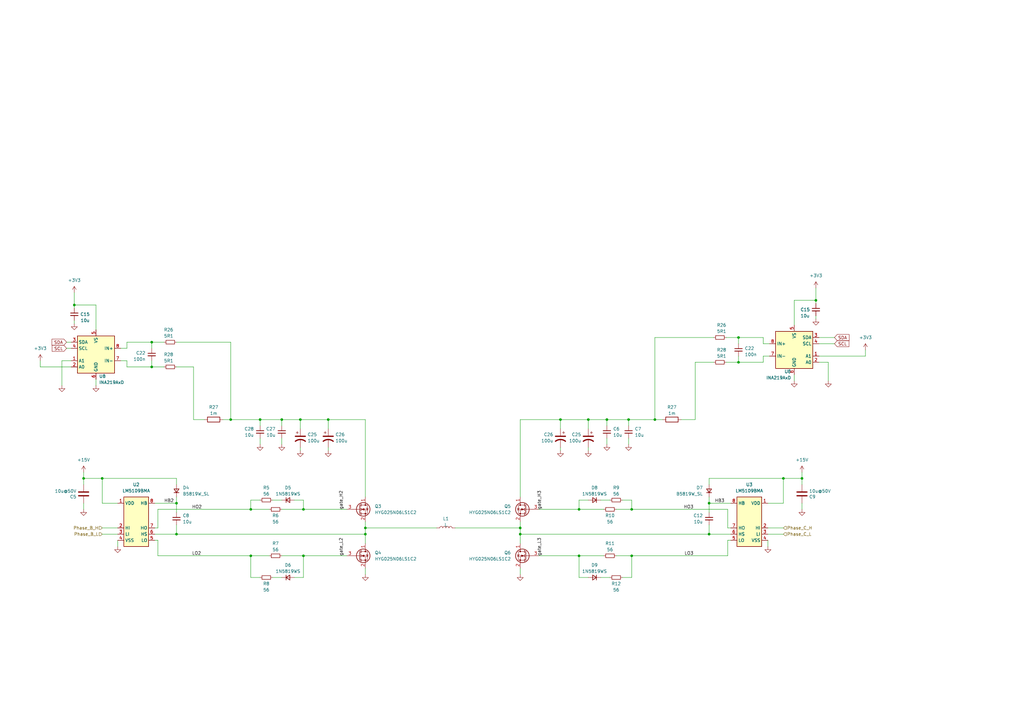
<source format=kicad_sch>
(kicad_sch (version 20230121) (generator eeschema)
  (paper "A3")
  (lib_symbols
    (symbol "D_Small_1" (pin_numbers hide) (pin_names (offset 0.254) hide)
      (property "Reference" "D" (at -1.27 2.032 0))
      (property "Value" "D_Small" (at -3.81 -2.032 0))
      (symbol "D_Small_1_1_1"
        (pin passive line (at -2.54 0 0) (length 1.778) (name "K") (number "1"))
        (pin passive line (at 2.54 0 180) (length 1.778) (name "A") (number "2"))
      )
    )
    (symbol "Device:C" (pin_numbers hide) (pin_names (offset 0.254))
      (property "Reference" "C" (at 0.635 2.54 0))
      (property "Value" "C" (at 0.635 -2.54 0))
      (symbol "C_1_1"
        (pin passive line (at 0 3.81 270) (length 2.794) (name "~") (number "1"))
        (pin passive line (at 0 -3.81 90) (length 2.794) (name "~") (number "2"))
      )
    )
    (symbol "Device:C_Polarized_US" (pin_numbers hide) (pin_names (offset 0.254) hide)
      (property "Reference" "C" (at 0.635 2.54 0))
      (property "Value" "C_Polarized_US" (at 0.635 -2.54 0))
      (symbol "C_Polarized_US_1_1"
        (pin passive line (at 0 3.81 270) (length 2.794) (name "~") (number "1"))
        (pin passive line (at 0 -3.81 90) (length 3.302) (name "~") (number "2"))
      )
    )
    (symbol "Device:C_Small" (pin_numbers hide) (pin_names (offset 0.254) hide)
      (property "Reference" "C" (at 0.254 1.778 0))
      (property "Value" "C_Small" (at 0.254 -2.032 0))
      (symbol "C_Small_1_1"
        (pin passive line (at 0 2.54 270) (length 2.032) (name "~") (number "1"))
        (pin passive line (at 0 -2.54 90) (length 2.032) (name "~") (number "2"))
      )
    )
    (symbol "Device:D_Small" (pin_numbers hide) (pin_names (offset 0.254) hide)
      (property "Reference" "D" (at -1.27 2.032 0))
      (property "Value" "D_Small" (at -3.81 -2.032 0))
      (symbol "D_Small_1_1"
        (pin passive line (at -2.54 0 0) (length 1.778) (name "K") (number "1"))
        (pin passive line (at 2.54 0 180) (length 1.778) (name "A") (number "2"))
      )
    )
    (symbol "Device:L" (pin_numbers hide) (pin_names (offset 1.016) hide)
      (property "Reference" "L" (at -1.27 0 90))
      (property "Value" "L" (at 1.905 0 90))
      (symbol "L_1_1"
        (pin passive line (at 0 3.81 270) (length 1.27) (name "1") (number "1"))
        (pin passive line (at 0 -3.81 90) (length 1.27) (name "2") (number "2"))
      )
    )
    (symbol "Device:Q_NMOS_DSG" (pin_names (offset 0) hide)
      (property "Reference" "Q" (at 5.08 1.27 0))
      (property "Value" "Q_NMOS_DSG" (at 5.08 -1.27 0))
      (symbol "Q_NMOS_DSG_1_1"
        (pin passive line (at 2.54 5.08 270) (length 2.54) (name "D") (number "1"))
        (pin passive line (at 2.54 -5.08 90) (length 2.54) (name "S") (number "2"))
        (pin input line (at -5.08 0 0) (length 2.54) (name "G") (number "3"))
      )
    )
    (symbol "Device:R" (pin_numbers hide) (pin_names (offset 0))
      (property "Reference" "R" (at 2.032 0 90))
      (property "Value" "R" (at 0 0 90))
      (symbol "R_1_1"
        (pin passive line (at 0 3.81 270) (length 1.27) (name "~") (number "1"))
        (pin passive line (at 0 -3.81 90) (length 1.27) (name "~") (number "2"))
      )
    )
    (symbol "Device:R_Small" (pin_numbers hide) (pin_names (offset 0.254) hide)
      (property "Reference" "R" (at 0.762 0.508 0))
      (property "Value" "R_Small" (at 0.762 -1.016 0))
      (symbol "R_Small_1_1"
        (pin passive line (at 0 2.54 270) (length 0.762) (name "~") (number "1"))
        (pin passive line (at 0 -2.54 90) (length 0.762) (name "~") (number "2"))
      )
    )
    (symbol "Driver_FET:LM5109BMA"
      (property "Reference" "U" (at 0 13.97 0))
      (property "Value" "LM5109BMA" (at 0 11.43 0))
      (symbol "LM5109BMA_1_1"
        (pin power_in line (at -7.62 7.62 0) (length 2.54) (name "VDD") (number "1"))
        (pin input line (at -7.62 -2.54 0) (length 2.54) (name "HI") (number "2"))
        (pin input line (at -7.62 -5.08 0) (length 2.54) (name "LI") (number "3"))
        (pin power_in line (at -7.62 -7.62 0) (length 2.54) (name "VSS") (number "4"))
        (pin output line (at 7.62 -7.62 180) (length 2.54) (name "LO") (number "5"))
        (pin passive line (at 7.62 -5.08 180) (length 2.54) (name "HS") (number "6"))
        (pin output line (at 7.62 -2.54 180) (length 2.54) (name "HO") (number "7"))
        (pin passive line (at 7.62 7.62 180) (length 2.54) (name "HB") (number "8"))
      )
    )
    (symbol "Sensor_Energy:INA219AxD"
      (property "Reference" "U" (at -6.35 8.89 0))
      (property "Value" "INA219AxD" (at 5.08 8.89 0))
      (symbol "INA219AxD_1_1"
        (pin input line (at 10.16 -2.54 180) (length 2.54) (name "A1") (number "1"))
        (pin input line (at 10.16 -5.08 180) (length 2.54) (name "A0") (number "2"))
        (pin bidirectional line (at 10.16 5.08 180) (length 2.54) (name "SDA") (number "3"))
        (pin input line (at 10.16 2.54 180) (length 2.54) (name "SCL") (number "4"))
        (pin power_in line (at 0 10.16 270) (length 2.54) (name "VS") (number "5"))
        (pin power_in line (at 0 -10.16 90) (length 2.54) (name "GND") (number "6"))
        (pin input line (at -10.16 -2.54 0) (length 2.54) (name "IN-") (number "7"))
        (pin input line (at -10.16 2.54 0) (length 2.54) (name "IN+") (number "8"))
      )
    )
    (symbol "power:+15V" (power) (pin_names (offset 0))
      (property "Value" "+15V" (at 0 3.556 0))
      (symbol "+15V_1_1"
        (pin power_in line (at 0 0 90) (length 0) hide (name "+15V") (number "1"))
      )
    )
    (symbol "power:+3V3" (power) (pin_names (offset 0))
      (property "Value" "+3V3" (at 0 3.556 0))
      (symbol "+3V3_1_1"
        (pin power_in line (at 0 0 90) (length 0) hide (name "+3V3") (number "1"))
      )
    )
    (symbol "power:GND" (power) (pin_names (offset 0))
      (property "Value" "GND" (at 0 -3.81 0))
      (symbol "GND_1_1"
        (pin power_in line (at 0 0 270) (length 0) hide (name "GND") (number "1"))
      )
    )
  )
  (junction (at 328.93 196.215))
  (junction (at 257.81 172.085))
  (junction (at 72.39 206.375))
  (junction (at 321.31 196.215))
  (junction (at 134.62 172.085))
  (junction (at 302.895 138.43))
  (junction (at 115.57 172.085))
  (junction (at 268.605 172.085))
  (junction (at 237.49 208.915))
  (junction (at 124.46 208.915))
  (junction (at 62.23 140.335))
  (junction (at 259.08 227.965))
  (junction (at 241.3 172.085))
  (junction (at 94.615 172.085))
  (junction (at 302.895 148.59))
  (junction (at 259.08 208.915))
  (junction (at 72.39 219.075))
  (junction (at 290.83 219.075))
  (junction (at 213.36 216.535))
  (junction (at 34.29 196.215))
  (junction (at 124.46 227.965))
  (junction (at 229.87 172.085))
  (junction (at 334.645 123.19))
  (junction (at 102.87 208.915))
  (junction (at 41.91 196.215))
  (junction (at 149.86 219.075))
  (junction (at 149.86 216.535))
  (junction (at 123.19 172.085))
  (junction (at 62.23 150.495))
  (junction (at 213.36 219.075))
  (junction (at 30.48 125.095))
  (junction (at 237.49 227.965))
  (junction (at 102.87 227.965))
  (junction (at 248.92 172.085))
  (junction (at 106.68 172.085))
  (junction (at 290.83 206.375))
  (wire (pts (xy 124.46 227.965) (xy 124.46 236.855)))
  (wire (pts (xy 248.92 174.625) (xy 248.92 172.085)))
  (wire (pts (xy 34.29 196.215) (xy 41.91 196.215)))
  (wire (pts (xy 302.895 148.59) (xy 297.815 148.59)))
  (wire (pts (xy 63.5 219.075) (xy 72.39 219.075)))
  (wire (pts (xy 79.375 172.085) (xy 83.82 172.085)))
  (wire (pts (xy 290.83 196.215) (xy 290.83 198.755)))
  (wire (pts (xy 72.39 203.835) (xy 72.39 206.375)))
  (wire (pts (xy 328.93 196.215) (xy 321.31 196.215)))
  (wire (pts (xy 285.115 148.59) (xy 285.115 172.085)))
  (wire (pts (xy 259.08 227.965) (xy 259.08 236.855)))
  (wire (pts (xy 30.48 120.015) (xy 30.48 125.095)))
  (wire (pts (xy 339.725 148.59) (xy 335.915 148.59)))
  (wire (pts (xy 39.37 125.095) (xy 30.48 125.095)))
  (wire (pts (xy 335.915 146.05) (xy 354.965 146.05)))
  (wire (pts (xy 321.31 219.075) (xy 314.96 219.075)))
  (wire (pts (xy 321.31 216.535) (xy 314.96 216.535)))
  (wire (pts (xy 115.57 236.855) (xy 111.76 236.855)))
  (wire (pts (xy 72.39 196.215) (xy 72.39 198.755)))
  (wire (pts (xy 39.37 125.095) (xy 39.37 135.255)))
  (wire (pts (xy 302.895 146.05) (xy 302.895 148.59)))
  (wire (pts (xy 298.45 221.615) (xy 298.45 227.965)))
  (wire (pts (xy 41.91 206.375) (xy 48.26 206.375)))
  (wire (pts (xy 285.115 172.085) (xy 279.4 172.085)))
  (wire (pts (xy 106.68 205.105) (xy 102.87 205.105)))
  (wire (pts (xy 354.965 143.51) (xy 354.965 146.05)))
  (wire (pts (xy 149.86 219.075) (xy 149.86 216.535)))
  (wire (pts (xy 248.92 172.085) (xy 257.81 172.085)))
  (wire (pts (xy 27.305 140.335) (xy 29.21 140.335)))
  (wire (pts (xy 49.53 147.955) (xy 52.07 147.955)))
  (wire (pts (xy 313.055 146.05) (xy 313.055 148.59)))
  (wire (pts (xy 106.68 172.085) (xy 106.68 174.625)))
  (wire (pts (xy 62.23 140.335) (xy 67.31 140.335)))
  (wire (pts (xy 241.3 175.895) (xy 241.3 172.085)))
  (wire (pts (xy 52.07 150.495) (xy 62.23 150.495)))
  (wire (pts (xy 115.57 172.085) (xy 123.19 172.085)))
  (wire (pts (xy 62.23 140.335) (xy 62.23 142.875)))
  (wire (pts (xy 213.36 216.535) (xy 213.36 213.995)))
  (wire (pts (xy 124.46 205.105) (xy 120.65 205.105)))
  (wire (pts (xy 115.57 227.965) (xy 124.46 227.965)))
  (wire (pts (xy 49.53 142.875) (xy 52.07 142.875)))
  (wire (pts (xy 79.375 150.495) (xy 79.375 172.085)))
  (wire (pts (xy 29.21 150.495) (xy 16.51 150.495)))
  (wire (pts (xy 63.5 216.535) (xy 64.77 216.535)))
  (wire (pts (xy 268.605 138.43) (xy 268.605 172.085)))
  (wire (pts (xy 298.45 208.915) (xy 259.08 208.915)))
  (wire (pts (xy 34.29 196.215) (xy 34.29 198.755)))
  (wire (pts (xy 257.81 172.085) (xy 257.81 174.625)))
  (wire (pts (xy 34.29 193.675) (xy 34.29 196.215)))
  (wire (pts (xy 213.36 219.075) (xy 213.36 216.535)))
  (wire (pts (xy 246.38 205.105) (xy 250.19 205.105)))
  (wire (pts (xy 246.38 236.855) (xy 250.19 236.855)))
  (wire (pts (xy 52.07 147.955) (xy 52.07 150.495)))
  (wire (pts (xy 325.755 123.19) (xy 334.645 123.19)))
  (wire (pts (xy 315.595 140.97) (xy 313.055 140.97)))
  (wire (pts (xy 41.91 216.535) (xy 48.26 216.535)))
  (wire (pts (xy 72.39 150.495) (xy 79.375 150.495)))
  (wire (pts (xy 91.44 172.085) (xy 94.615 172.085)))
  (wire (pts (xy 115.57 205.105) (xy 111.76 205.105)))
  (wire (pts (xy 257.81 172.085) (xy 268.605 172.085)))
  (wire (pts (xy 255.27 236.855) (xy 259.08 236.855)))
  (wire (pts (xy 248.92 179.705) (xy 248.92 182.245)))
  (wire (pts (xy 315.595 146.05) (xy 313.055 146.05)))
  (wire (pts (xy 237.49 227.965) (xy 220.98 227.965)))
  (wire (pts (xy 268.605 172.085) (xy 271.78 172.085)))
  (wire (pts (xy 342.265 138.43) (xy 335.915 138.43)))
  (wire (pts (xy 62.23 147.955) (xy 62.23 150.495)))
  (wire (pts (xy 334.645 129.54) (xy 334.645 130.81)))
  (wire (pts (xy 149.86 219.075) (xy 149.86 222.885)))
  (wire (pts (xy 290.83 203.835) (xy 290.83 206.375)))
  (wire (pts (xy 247.65 208.915) (xy 237.49 208.915)))
  (wire (pts (xy 63.5 221.615) (xy 64.77 221.615)))
  (wire (pts (xy 328.93 206.375) (xy 328.93 208.915)))
  (wire (pts (xy 229.87 183.515) (xy 229.87 184.785)))
  (wire (pts (xy 30.48 125.095) (xy 30.48 126.365)))
  (wire (pts (xy 124.46 208.915) (xy 142.24 208.915)))
  (wire (pts (xy 115.57 179.705) (xy 115.57 182.245)))
  (wire (pts (xy 123.19 175.895) (xy 123.19 172.085)))
  (wire (pts (xy 321.31 206.375) (xy 314.96 206.375)))
  (wire (pts (xy 134.62 183.515) (xy 134.62 184.785)))
  (wire (pts (xy 321.31 196.215) (xy 290.83 196.215)))
  (wire (pts (xy 257.81 179.705) (xy 257.81 182.245)))
  (wire (pts (xy 25.4 147.955) (xy 29.21 147.955)))
  (wire (pts (xy 237.49 205.105) (xy 241.3 205.105)))
  (wire (pts (xy 124.46 236.855) (xy 120.65 236.855)))
  (wire (pts (xy 106.68 179.705) (xy 106.68 182.245)))
  (wire (pts (xy 298.45 227.965) (xy 259.08 227.965)))
  (wire (pts (xy 292.735 138.43) (xy 268.605 138.43)))
  (wire (pts (xy 328.93 193.675) (xy 328.93 196.215)))
  (wire (pts (xy 149.86 233.045) (xy 149.86 235.585)))
  (wire (pts (xy 328.93 196.215) (xy 328.93 198.755)))
  (wire (pts (xy 62.23 150.495) (xy 67.31 150.495)))
  (wire (pts (xy 259.08 208.915) (xy 252.73 208.915)))
  (wire (pts (xy 321.31 196.215) (xy 321.31 206.375)))
  (wire (pts (xy 149.86 216.535) (xy 179.07 216.535)))
  (wire (pts (xy 52.07 142.875) (xy 52.07 140.335)))
  (wire (pts (xy 64.77 227.965) (xy 102.87 227.965)))
  (wire (pts (xy 313.055 140.97) (xy 313.055 138.43)))
  (wire (pts (xy 16.51 147.955) (xy 16.51 150.495)))
  (wire (pts (xy 299.72 221.615) (xy 298.45 221.615)))
  (wire (pts (xy 334.645 118.11) (xy 334.645 123.19)))
  (wire (pts (xy 106.68 236.855) (xy 102.87 236.855)))
  (wire (pts (xy 237.49 227.965) (xy 237.49 236.855)))
  (wire (pts (xy 259.08 205.105) (xy 259.08 208.915)))
  (wire (pts (xy 41.91 219.075) (xy 48.26 219.075)))
  (wire (pts (xy 290.83 210.185) (xy 290.83 206.375)))
  (wire (pts (xy 134.62 172.085) (xy 149.86 172.085)))
  (wire (pts (xy 237.49 208.915) (xy 237.49 205.105)))
  (wire (pts (xy 94.615 140.335) (xy 94.615 172.085)))
  (wire (pts (xy 342.265 140.97) (xy 335.915 140.97)))
  (wire (pts (xy 102.87 208.915) (xy 110.49 208.915)))
  (wire (pts (xy 299.72 206.375) (xy 290.83 206.375)))
  (wire (pts (xy 149.86 216.535) (xy 149.86 213.995)))
  (wire (pts (xy 41.91 196.215) (xy 72.39 196.215)))
  (wire (pts (xy 63.5 206.375) (xy 72.39 206.375)))
  (wire (pts (xy 247.65 227.965) (xy 237.49 227.965)))
  (wire (pts (xy 64.77 216.535) (xy 64.77 208.915)))
  (wire (pts (xy 72.39 219.075) (xy 149.86 219.075)))
  (wire (pts (xy 259.08 227.965) (xy 252.73 227.965)))
  (wire (pts (xy 186.69 216.535) (xy 213.36 216.535)))
  (wire (pts (xy 292.735 148.59) (xy 285.115 148.59)))
  (wire (pts (xy 302.895 138.43) (xy 297.815 138.43)))
  (wire (pts (xy 213.36 172.085) (xy 213.36 203.835)))
  (wire (pts (xy 30.48 131.445) (xy 30.48 132.715)))
  (wire (pts (xy 339.725 148.59) (xy 339.725 156.21)))
  (wire (pts (xy 302.895 138.43) (xy 302.895 140.97)))
  (wire (pts (xy 313.055 148.59) (xy 302.895 148.59)))
  (wire (pts (xy 106.68 172.085) (xy 115.57 172.085)))
  (wire (pts (xy 123.19 183.515) (xy 123.19 184.785)))
  (wire (pts (xy 48.26 221.615) (xy 48.26 224.155)))
  (wire (pts (xy 229.87 175.895) (xy 229.87 172.085)))
  (wire (pts (xy 313.055 138.43) (xy 302.895 138.43)))
  (wire (pts (xy 52.07 140.335) (xy 62.23 140.335)))
  (wire (pts (xy 241.3 183.515) (xy 241.3 184.785)))
  (wire (pts (xy 102.87 205.105) (xy 102.87 208.915)))
  (wire (pts (xy 298.45 216.535) (xy 298.45 208.915)))
  (wire (pts (xy 237.49 236.855) (xy 241.3 236.855)))
  (wire (pts (xy 299.72 219.075) (xy 290.83 219.075)))
  (wire (pts (xy 94.615 172.085) (xy 106.68 172.085)))
  (wire (pts (xy 102.87 227.965) (xy 110.49 227.965)))
  (wire (pts (xy 41.91 196.215) (xy 41.91 206.375)))
  (wire (pts (xy 213.36 219.075) (xy 213.36 222.885)))
  (wire (pts (xy 72.39 219.075) (xy 72.39 215.265)))
  (wire (pts (xy 39.37 155.575) (xy 39.37 158.115)))
  (wire (pts (xy 72.39 210.185) (xy 72.39 206.375)))
  (wire (pts (xy 229.87 172.085) (xy 241.3 172.085)))
  (wire (pts (xy 213.36 172.085) (xy 229.87 172.085)))
  (wire (pts (xy 72.39 140.335) (xy 94.615 140.335)))
  (wire (pts (xy 299.72 216.535) (xy 298.45 216.535)))
  (wire (pts (xy 34.29 206.375) (xy 34.29 208.915)))
  (wire (pts (xy 123.19 172.085) (xy 134.62 172.085)))
  (wire (pts (xy 314.96 221.615) (xy 314.96 224.155)))
  (wire (pts (xy 64.77 221.615) (xy 64.77 227.965)))
  (wire (pts (xy 25.4 147.955) (xy 25.4 158.115)))
  (wire (pts (xy 134.62 175.895) (xy 134.62 172.085)))
  (wire (pts (xy 149.86 172.085) (xy 149.86 203.835)))
  (wire (pts (xy 290.83 219.075) (xy 290.83 215.265)))
  (wire (pts (xy 237.49 208.915) (xy 220.98 208.915)))
  (wire (pts (xy 255.27 205.105) (xy 259.08 205.105)))
  (wire (pts (xy 115.57 174.625) (xy 115.57 172.085)))
  (wire (pts (xy 325.755 123.19) (xy 325.755 133.35)))
  (wire (pts (xy 124.46 227.965) (xy 142.24 227.965)))
  (wire (pts (xy 213.36 233.045) (xy 213.36 235.585)))
  (wire (pts (xy 102.87 227.965) (xy 102.87 236.855)))
  (wire (pts (xy 64.77 208.915) (xy 102.87 208.915)))
  (wire (pts (xy 334.645 123.19) (xy 334.645 124.46)))
  (wire (pts (xy 290.83 219.075) (xy 213.36 219.075)))
  (wire (pts (xy 115.57 208.915) (xy 124.46 208.915)))
  (wire (pts (xy 124.46 208.915) (xy 124.46 205.105)))
  (wire (pts (xy 325.755 153.67) (xy 325.755 156.21)))
  (wire (pts (xy 27.305 142.875) (xy 29.21 142.875)))
  (wire (pts (xy 241.3 172.085) (xy 248.92 172.085)))
  (label "HB3" (at 297.18 206.375 180))
  (label "HO3" (at 284.48 208.915 180))
  (label "HB2" (at 67.31 206.375 0))
  (label "gate_H3" (at 222.25 208.915 90))
  (label "gate_L3" (at 222.25 227.965 90))
  (label "LO3" (at 284.48 227.965 180))
  (label "HO2" (at 78.74 208.915 0))
  (label "gate_L2" (at 140.97 227.965 90))
  (label "gate_H2" (at 140.97 208.915 90))
  (label "LO2" (at 78.74 227.965 0))
  (global_label "SCL" (shape input) (at 342.265 140.97 0) (property "Intersheetrefs" "${INTERSHEET_REFS}" (effects hide)))
  (global_label "SCL" (shape input) (at 27.305 142.875 180) (property "Intersheetrefs" "${INTERSHEET_REFS}" (effects hide)))
  (global_label "SDA" (shape input) (at 342.265 138.43 0) (property "Intersheetrefs" "${INTERSHEET_REFS}" (effects hide)))
  (global_label "SDA" (shape input) (at 27.305 140.335 180) (property "Intersheetrefs" "${INTERSHEET_REFS}" (effects hide)))
  (hierarchical_label "Phase_B_H" (shape input) (at 41.91 216.535 180))
  (hierarchical_label "Phase_B_L" (shape input) (at 41.91 219.075 180))
  (hierarchical_label "Phase_C_L" (shape input) (at 321.31 219.075 0))
  (hierarchical_label "Phase_C_H" (shape input) (at 321.31 216.535 0))
  (symbol (lib_id "Device:C_Polarized_US") (at 241.3 179.705 0) (mirror y) (unit 1)
    (property "Reference" "C25" (at 238.379 178.2353 0) (effects (justify left)))
    (property "Value" "100u" (at 238.379 180.7722 0) (effects (justify left)))
    (property "Footprint" "Capacitor_SMD:CP_Elec_6.3x5.4" (effects hide))
    (property "LCSC" "C4747963" (effects hide))
    (instances (project "PSMPS" (path "" (reference "C25") (unit 1)) (path "" (reference "C11") (unit 1))) (project "ESP32_dual_ESC" (path "" (reference "C23") (unit 1))))
  )
  (symbol (lib_id "power:+3V3") (at 354.965 143.51 0) (mirror y) (unit 1)
    (property "Reference" "#PWR02" (effects hide))
    (property "Value" "+3V3" (at 354.965 138.43 0))
    (instances (project "Ethernet_switch_4out" (path "" (reference "#PWR02") (unit 1))) (project "cross_band_handy_walkie_talkie_ES8388" (path "" (reference "#PWR014") (unit 1))) (project "PSMPS" (path "" (reference "#PWR056") (unit 1)) (path "" (reference "#PWR076") (unit 1))) (project "ESP32_dual_ESC" (path "" (reference "#PWR022") (unit 1)) (path "" (reference "#PWR085") (unit 1))))
  )
  (symbol (lib_id "Device:C") (at 34.29 202.565 180) (unit 1)
    (property "Reference" "C5" (at 31.369 203.7334 0) (effects (justify left)))
    (property "Value" "10u@50V" (at 31.369 201.422 0) (effects (justify left)))
    (property "Footprint" "Capacitor_SMD:C_0805_2012Metric" (effects hide))
    (property "LCSC" "C440198" (effects hide))
    (instances (project "PSMPS" (path "" (reference "C5") (unit 1))) (project "ESP32_dual_ESC" (path "" (reference "C3") (unit 1))) (project "RP2040_ESP32_dual_ESC" (path "" (reference "C26") (unit 1)) (path "" (reference "C3") (unit 1))))
  )
  (symbol (lib_id "power:GND") (at 30.48 132.715 0) (mirror y) (unit 1)
    (property "Reference" "#PWR018" (effects hide))
    (property "Value" "GND" (effects hide))
    (instances (project "Ethernet_switch_4out" (path "" (reference "#PWR018") (unit 1))) (project "cross_band_handy_walkie_talkie_ES8388" (path "" (reference "#PWR016") (unit 1))) (project "PSMPS" (path "" (reference "#PWR057") (unit 1)) (path "" (reference "#PWR069") (unit 1))) (project "ESP32_dual_ESC" (path "" (reference "#PWR026") (unit 1)) (path "" (reference "#PWR088") (unit 1))))
  )
  (symbol (lib_id "Device:R_Small") (at 113.03 208.915 270) (mirror x) (unit 1)
    (property "Reference" "R6" (at 113.03 211.455 90))
    (property "Value" "56" (at 113.03 213.995 90))
    (property "Footprint" "Resistor_SMD:R_0603_1608Metric" (effects hide))
    (property "LCSC" "C25196" (effects hide))
    (instances (project "PSMPS" (path "" (reference "R6") (unit 1))) (project "ESP32_dual_ESC" (path "" (reference "R60") (unit 1)) (path "" (reference "R28") (unit 1))) (project "RP2040_ESP32_dual_ESC" (path "" (reference "R42") (unit 1)) (path "" (reference "R17") (unit 1))))
  )
  (symbol (lib_id "Device:C_Small") (at 115.57 177.165 0) (mirror y) (unit 1)
    (property "Reference" "C27" (at 113.03 175.9012 0) (effects (justify left)))
    (property "Value" "10u" (at 113.03 178.4412 0) (effects (justify left)))
    (property "Footprint" "Capacitor_SMD:C_1206_3216Metric" (effects hide))
    (property "LCSC" "C13585" (effects hide))
    (instances (project "PSMPS" (path "" (reference "C27") (unit 1)) (path "" (reference "C23") (unit 1))) (project "ESP32_dual_ESC" (path "" (reference "C72") (unit 1)) (path "" (reference "C66") (unit 1))) (project "RP2040_ESP32_dual_ESC" (path "" (reference "C24") (unit 1)) (path "" (reference "C2") (unit 1))))
  )
  (symbol (lib_id "power:+3V3") (at 30.48 120.015 0) (unit 1)
    (property "Reference" "#PWR02" (effects hide))
    (property "Value" "+3V3" (at 30.48 114.935 0))
    (instances (project "Ethernet_switch_4out" (path "" (reference "#PWR02") (unit 1))) (project "cross_band_handy_walkie_talkie_ES8388" (path "" (reference "#PWR014") (unit 1))) (project "PSMPS" (path "" (reference "#PWR056") (unit 1)) (path "" (reference "#PWR068") (unit 1))) (project "ESP32_dual_ESC" (path "" (reference "#PWR022") (unit 1)) (path "" (reference "#PWR085") (unit 1))))
  )
  (symbol (lib_id "Device:Q_NMOS_DSG") (at 147.32 227.965 0) (unit 1)
    (property "Reference" "Q4" (at 153.67 226.6949 0) (effects (justify left)))
    (property "Value" "HYG025N06LS1C2" (at 153.67 229.2349 0) (effects (justify left)))
    (property "Footprint" "Z_mycustom_footprint_lib:DFN-8_(5x6)" (effects hide))
    (property "Datasheet" "https://datasheet.lcsc.com/lcsc/2105242011_HUAYI-HYG025N06LS1C2_C2827231.pdf" (effects hide))
    (property "LCSC" "C2827231" (effects hide))
    (instances (project "PSMPS" (path "" (reference "Q4") (unit 1))) (project "ESP32_dual_ESC" (path "" (reference "Q4") (unit 1))) (project "RP2040_ESP32_dual_ESC" (path "" (reference "Q10") (unit 1)) (path "" (reference "Q4") (unit 1))))
  )
  (symbol (lib_id "power:GND") (at 213.36 235.585 0) (mirror y) (unit 1)
    (property "Reference" "#PWR018" (effects hide))
    (property "Value" "GND" (effects hide))
    (instances (project "PSMPS" (path "" (reference "#PWR018") (unit 1))) (project "ESP32_dual_ESC" (path "" (reference "#PWR017") (unit 1))) (project "RP2040_ESP32_dual_ESC" (path "" (reference "#PWR0110") (unit 1)) (path "" (reference "#PWR0102") (unit 1))))
  )
  (symbol (lib_id "Device:R_Small") (at 295.275 138.43 90) (mirror x) (unit 1)
    (property "Reference" "R26" (at 294.005 133.35 90) (effects (justify right)))
    (property "Value" "5R1" (at 294.005 135.89 90) (effects (justify right)))
    (property "Footprint" "Resistor_SMD:R_0603_1608Metric" (effects hide))
    (property "LCSC" "C25197" (effects hide))
    (instances (project "PSMPS" (path "" (reference "R26") (unit 1)) (path "" (reference "R33") (unit 1))) (project "ESP32_dual_ESC" (path "" (reference "R57") (unit 1))) (project "BMS_project" (path "" (reference "R1") (unit 1)) (path "" (reference "R19") (unit 1)) (path "" (reference "R31") (unit 1)) (path "" (reference "R38") (unit 1)) (path "" (reference "R45") (unit 1))))
  )
  (symbol (lib_id "power:+15V") (at 328.93 193.675 0) (mirror y) (unit 1)
    (property "Reference" "#PWR013" (effects hide))
    (property "Value" "+15V" (at 328.93 188.595 0))
    (instances (project "PSMPS" (path "" (reference "#PWR013") (unit 1))) (project "ESP32_dual_ESC" (path "" (reference "#PWR011") (unit 1))) (project "RP2040_ESP32_dual_ESC" (path "" (reference "#PWR052") (unit 1)) (path "" (reference "#PWR011") (unit 1))))
  )
  (symbol (lib_id "Device:R_Small") (at 69.85 150.495 270) (unit 1)
    (property "Reference" "R28" (at 71.12 145.415 90) (effects (justify right)))
    (property "Value" "5R1" (at 71.12 147.955 90) (effects (justify right)))
    (property "Footprint" "Resistor_SMD:R_0603_1608Metric" (effects hide))
    (property "LCSC" "C25197" (effects hide))
    (instances (project "PSMPS" (path "" (reference "R28") (unit 1)) (path "" (reference "R31") (unit 1))) (project "ESP32_dual_ESC" (path "" (reference "R58") (unit 1))) (project "BMS_project" (path "" (reference "R1") (unit 1)) (path "" (reference "R21") (unit 1)) (path "" (reference "R33") (unit 1)) (path "" (reference "R40") (unit 1)) (path "" (reference "R47") (unit 1))))
  )
  (symbol (lib_id "Device:R_Small") (at 252.73 236.855 90) (unit 1)
    (property "Reference" "R12" (at 252.73 239.395 90))
    (property "Value" "56" (at 252.73 241.935 90))
    (property "Footprint" "Resistor_SMD:R_0603_1608Metric" (effects hide))
    (property "LCSC" "C25196" (effects hide))
    (instances (project "PSMPS" (path "" (reference "R12") (unit 1))) (project "ESP32_dual_ESC" (path "" (reference "R63") (unit 1)) (path "" (reference "R28") (unit 1))) (project "RP2040_ESP32_dual_ESC" (path "" (reference "R42") (unit 1)) (path "" (reference "R17") (unit 1))))
  )
  (symbol (lib_id "power:GND") (at 134.62 184.785 0) (unit 1)
    (property "Reference" "#PWR064" (effects hide))
    (property "Value" "GND" (effects hide))
    (instances (project "PSMPS" (path "" (reference "#PWR064") (unit 1)) (path "" (reference "#PWR066") (unit 1))) (project "ESP32_dual_ESC" (path "" (reference "#PWR04") (unit 1)) (path "" (reference "#PWR074") (unit 1)) (path "" (reference "#PWR021") (unit 1))) (project "RP2040_ESP32_dual_ESC" (path "" (reference "#PWR0112") (unit 1)) (path "" (reference "#PWR0104") (unit 1))))
  )
  (symbol (lib_id "power:GND") (at 25.4 158.115 0) (unit 1)
    (property "Reference" "#PWR059" (effects hide))
    (property "Value" "GND" (effects hide))
    (instances (project "PSMPS" (path "" (reference "#PWR059") (unit 1)) (path "" (reference "#PWR070") (unit 1))) (project "ESP32_dual_ESC" (path "" (reference "#PWR06") (unit 1)) (path "" (reference "#PWR083") (unit 1)) (path "" (reference "#PWR041") (unit 1))) (project "RP2040_ESP32_dual_ESC" (path "" (reference "#PWR0109") (unit 1)) (path "" (reference "#PWR0101") (unit 1))))
  )
  (symbol (lib_name "D_Small_1") (lib_id "Device:D_Small") (at 243.84 236.855 0) (mirror y) (unit 1)
    (property "Reference" "D9" (at 243.84 231.775 0))
    (property "Value" "1N5819WS" (at 243.84 234.315 0))
    (property "Footprint" "Diode_SMD:D_SOD-323" (effects hide))
    (property "Datasheet" "https://datasheet.lcsc.com/lcsc/2204281430_Guangdong-Hottech-1N5819WS_C191023.pdf" (effects hide))
    (property "Sim.Device" "D" (effects hide))
    (property "Sim.Pins" "1=K 2=A" (effects hide))
    (property "LCSC" "C191023" (effects hide))
    (instances (project "PSMPS" (path "" (reference "D9") (unit 1))) (project "ESP32_dual_ESC" (path "" (reference "D15") (unit 1)) (path "" (reference "D21") (unit 1))))
  )
  (symbol (lib_id "power:GND") (at 39.37 158.115 0) (unit 1)
    (property "Reference" "#PWR060" (effects hide))
    (property "Value" "GND" (effects hide))
    (instances (project "PSMPS" (path "" (reference "#PWR060") (unit 1)) (path "" (reference "#PWR071") (unit 1))) (project "ESP32_dual_ESC" (path "" (reference "#PWR06") (unit 1)) (path "" (reference "#PWR083") (unit 1)) (path "" (reference "#PWR083") (unit 1))) (project "RP2040_ESP32_dual_ESC" (path "" (reference "#PWR0109") (unit 1)) (path "" (reference "#PWR0101") (unit 1))))
  )
  (symbol (lib_id "power:GND") (at 241.3 184.785 0) (mirror y) (unit 1)
    (property "Reference" "#PWR063" (effects hide))
    (property "Value" "GND" (effects hide))
    (instances (project "PSMPS" (path "" (reference "#PWR063") (unit 1)) (path "" (reference "#PWR016") (unit 1))) (project "ESP32_dual_ESC" (path "" (reference "#PWR04") (unit 1)) (path "" (reference "#PWR074") (unit 1)) (path "" (reference "#PWR021") (unit 1))) (project "RP2040_ESP32_dual_ESC" (path "" (reference "#PWR0112") (unit 1)) (path "" (reference "#PWR0104") (unit 1))))
  )
  (symbol (lib_id "Device:C_Small") (at 30.48 128.905 0) (mirror y) (unit 1)
    (property "Reference" "C15" (at 36.83 128.905 0) (effects (justify left)))
    (property "Value" "10u" (at 36.83 131.445 0) (effects (justify left)))
    (property "Footprint" "Capacitor_SMD:C_0603_1608Metric" (effects hide))
    (property "LCSC" "C96446" (effects hide))
    (instances (project "Ethernet_switch_4out" (path "" (reference "C15") (unit 1))) (project "cross_band_handy_walkie_talkie_ES8388" (path "" (reference "C3") (unit 1))) (project "PSMPS" (path "" (reference "C21") (unit 1)) (path "" (reference "C31") (unit 1))) (project "ESP32_dual_ESC" (path "" (reference "C11") (unit 1)) (path "" (reference "C18") (unit 1))))
  )
  (symbol (lib_id "power:GND") (at 34.29 208.915 0) (unit 1)
    (property "Reference" "#PWR08" (effects hide))
    (property "Value" "GND" (effects hide))
    (instances (project "PSMPS" (path "" (reference "#PWR08") (unit 1))) (project "ESP32_dual_ESC" (path "" (reference "#PWR08") (unit 1))) (project "RP2040_ESP32_dual_ESC" (path "" (reference "#PWR049") (unit 1)) (path "" (reference "#PWR08") (unit 1))))
  )
  (symbol (lib_id "Device:R") (at 275.59 172.085 90) (unit 1)
    (property "Reference" "R27" (at 275.59 167.005 90))
    (property "Value" "1m" (at 275.59 169.545 90))
    (property "Footprint" "Resistor_SMD:R_2512_6332Metric" (effects hide))
    (instances (project "PSMPS" (path "" (reference "R27") (unit 1)) (path "" (reference "R32") (unit 1))) (project "ESP32_dual_ESC" (path "" (reference "R56") (unit 1))))
  )
  (symbol (lib_id "power:GND") (at 149.86 235.585 0) (unit 1)
    (property "Reference" "#PWR012" (effects hide))
    (property "Value" "GND" (effects hide))
    (instances (project "PSMPS" (path "" (reference "#PWR012") (unit 1))) (project "ESP32_dual_ESC" (path "" (reference "#PWR010") (unit 1))) (project "RP2040_ESP32_dual_ESC" (path "" (reference "#PWR0111") (unit 1)) (path "" (reference "#PWR0103") (unit 1))))
  )
  (symbol (lib_id "power:+15V") (at 34.29 193.675 0) (unit 1)
    (property "Reference" "#PWR07" (effects hide))
    (property "Value" "+15V" (at 34.29 188.595 0))
    (instances (project "PSMPS" (path "" (reference "#PWR07") (unit 1))) (project "ESP32_dual_ESC" (path "" (reference "#PWR07") (unit 1))) (project "RP2040_ESP32_dual_ESC" (path "" (reference "#PWR048") (unit 1)) (path "" (reference "#PWR07") (unit 1))))
  )
  (symbol (lib_id "power:GND") (at 325.755 156.21 0) (mirror y) (unit 1)
    (property "Reference" "#PWR060" (effects hide))
    (property "Value" "GND" (effects hide))
    (instances (project "PSMPS" (path "" (reference "#PWR060") (unit 1)) (path "" (reference "#PWR075") (unit 1))) (project "ESP32_dual_ESC" (path "" (reference "#PWR06") (unit 1)) (path "" (reference "#PWR083") (unit 1)) (path "" (reference "#PWR083") (unit 1))) (project "RP2040_ESP32_dual_ESC" (path "" (reference "#PWR0109") (unit 1)) (path "" (reference "#PWR0101") (unit 1))))
  )
  (symbol (lib_id "power:GND") (at 123.19 184.785 0) (unit 1)
    (property "Reference" "#PWR063" (effects hide))
    (property "Value" "GND" (effects hide))
    (instances (project "PSMPS" (path "" (reference "#PWR063") (unit 1)) (path "" (reference "#PWR067") (unit 1))) (project "ESP32_dual_ESC" (path "" (reference "#PWR04") (unit 1)) (path "" (reference "#PWR074") (unit 1)) (path "" (reference "#PWR021") (unit 1))) (project "RP2040_ESP32_dual_ESC" (path "" (reference "#PWR0112") (unit 1)) (path "" (reference "#PWR0104") (unit 1))))
  )
  (symbol (lib_id "power:GND") (at 257.81 182.245 0) (unit 1)
    (property "Reference" "#PWR010" (effects hide))
    (property "Value" "GND" (effects hide))
    (instances (project "PSMPS" (path "" (reference "#PWR010") (unit 1)) (path "" (reference "#PWR062") (unit 1))) (project "ESP32_dual_ESC" (path "" (reference "#PWR093") (unit 1)) (path "" (reference "#PWR047") (unit 1))) (project "RP2040_ESP32_dual_ESC" (path "" (reference "#PWR0109") (unit 1)) (path "" (reference "#PWR0101") (unit 1))))
  )
  (symbol (lib_id "power:GND") (at 229.87 184.785 0) (mirror y) (unit 1)
    (property "Reference" "#PWR064" (effects hide))
    (property "Value" "GND" (effects hide))
    (instances (project "PSMPS" (path "" (reference "#PWR064") (unit 1)) (path "" (reference "#PWR015") (unit 1))) (project "ESP32_dual_ESC" (path "" (reference "#PWR04") (unit 1)) (path "" (reference "#PWR074") (unit 1)) (path "" (reference "#PWR021") (unit 1))) (project "RP2040_ESP32_dual_ESC" (path "" (reference "#PWR0112") (unit 1)) (path "" (reference "#PWR0104") (unit 1))))
  )
  (symbol (lib_id "Device:C_Small") (at 302.895 143.51 0) (unit 1)
    (property "Reference" "C22" (at 305.435 142.8813 0) (effects (justify left)))
    (property "Value" "100n" (at 305.435 145.4213 0) (effects (justify left)))
    (property "Footprint" "Capacitor_SMD:C_0603_1608Metric" (effects hide))
    (property "LCSC" "C14663" (effects hide))
    (instances (project "PSMPS" (path "" (reference "C22") (unit 1)) (path "" (reference "C34") (unit 1))) (project "ESP32_dual_ESC" (path "" (reference "C25") (unit 1))) (project "BMS_project" (path "" (reference "C16") (unit 1)) (path "" (reference "C28") (unit 1)) (path "" (reference "C36") (unit 1)) (path "" (reference "C44") (unit 1))))
  )
  (symbol (lib_id "Device:R_Small") (at 69.85 140.335 270) (unit 1)
    (property "Reference" "R26" (at 71.12 135.255 90) (effects (justify right)))
    (property "Value" "5R1" (at 71.12 137.795 90) (effects (justify right)))
    (property "Footprint" "Resistor_SMD:R_0603_1608Metric" (effects hide))
    (property "LCSC" "C25197" (effects hide))
    (instances (project "PSMPS" (path "" (reference "R26") (unit 1)) (path "" (reference "R30") (unit 1))) (project "ESP32_dual_ESC" (path "" (reference "R57") (unit 1))) (project "BMS_project" (path "" (reference "R1") (unit 1)) (path "" (reference "R19") (unit 1)) (path "" (reference "R31") (unit 1)) (path "" (reference "R38") (unit 1)) (path "" (reference "R45") (unit 1))))
  )
  (symbol (lib_id "Device:R_Small") (at 295.275 148.59 90) (mirror x) (unit 1)
    (property "Reference" "R28" (at 294.005 143.51 90) (effects (justify right)))
    (property "Value" "5R1" (at 294.005 146.05 90) (effects (justify right)))
    (property "Footprint" "Resistor_SMD:R_0603_1608Metric" (effects hide))
    (property "LCSC" "C25197" (effects hide))
    (instances (project "PSMPS" (path "" (reference "R28") (unit 1)) (path "" (reference "R34") (unit 1))) (project "ESP32_dual_ESC" (path "" (reference "R58") (unit 1))) (project "BMS_project" (path "" (reference "R1") (unit 1)) (path "" (reference "R21") (unit 1)) (path "" (reference "R33") (unit 1)) (path "" (reference "R40") (unit 1)) (path "" (reference "R47") (unit 1))))
  )
  (symbol (lib_id "Device:C_Small") (at 72.39 212.725 0) (unit 1)
    (property "Reference" "C8" (at 74.93 211.4612 0) (effects (justify left)))
    (property "Value" "10u" (at 74.93 214.0012 0) (effects (justify left)))
    (property "Footprint" "Capacitor_SMD:C_0805_2012Metric" (effects hide))
    (property "LCSC" "C15850" (effects hide))
    (instances (project "PSMPS" (path "" (reference "C8") (unit 1))) (project "ESP32_dual_ESC" (path "" (reference "C4") (unit 1)) (path "" (reference "C19") (unit 1))) (project "RP2040_ESP32_dual_ESC" (path "" (reference "C24") (unit 1)) (path "" (reference "C2") (unit 1))))
  )
  (symbol (lib_id "power:GND") (at 339.725 156.21 0) (mirror y) (unit 1)
    (property "Reference" "#PWR059" (effects hide))
    (property "Value" "GND" (effects hide))
    (instances (project "PSMPS" (path "" (reference "#PWR059") (unit 1)) (path "" (reference "#PWR074") (unit 1))) (project "ESP32_dual_ESC" (path "" (reference "#PWR06") (unit 1)) (path "" (reference "#PWR083") (unit 1)) (path "" (reference "#PWR041") (unit 1))) (project "RP2040_ESP32_dual_ESC" (path "" (reference "#PWR0109") (unit 1)) (path "" (reference "#PWR0101") (unit 1))))
  )
  (symbol (lib_id "Device:R_Small") (at 250.19 208.915 90) (unit 1)
    (property "Reference" "R10" (at 250.19 211.455 90))
    (property "Value" "56" (at 250.19 213.995 90))
    (property "Footprint" "Resistor_SMD:R_0603_1608Metric" (effects hide))
    (property "LCSC" "C25196" (effects hide))
    (instances (project "PSMPS" (path "" (reference "R10") (unit 1))) (project "ESP32_dual_ESC" (path "" (reference "R62") (unit 1)) (path "" (reference "R28") (unit 1))) (project "RP2040_ESP32_dual_ESC" (path "" (reference "R42") (unit 1)) (path "" (reference "R17") (unit 1))))
  )
  (symbol (lib_id "Sensor_Energy:INA219AxD") (at 325.755 143.51 0) (unit 1)
    (property "Reference" "U8" (at 324.485 152.4 0) (effects (justify right)))
    (property "Value" "INA219AxD" (at 324.485 154.94 0) (effects (justify right)))
    (property "Footprint" "Package_SO:SOIC-8_3.9x4.9mm_P1.27mm" (effects hide))
    (property "Datasheet" "http://www.ti.com/lit/ds/symlink/ina219.pdf" (effects hide))
    (instances (project "PSMPS" (path "" (reference "U8") (unit 1)) (path "" (reference "U10") (unit 1))) (project "ESP32_dual_ESC" (path "" (reference "U12") (unit 1)) (path "" (reference "U12") (unit 1))))
  )
  (symbol (lib_id "Driver_FET:LM5109BMA") (at 55.88 213.995 0) (unit 1)
    (property "Reference" "U2" (at 55.88 198.755 0))
    (property "Value" "LM5109BMA" (at 55.88 201.295 0))
    (property "Footprint" "Package_SO:SOIC-8_3.9x4.9mm_P1.27mm" (effects hide))
    (property "Datasheet" "http://www.ti.com/lit/ds/symlink/lm5109b.pdf" (effects hide))
    (property "LCSC" "C116862" (effects hide))
    (instances (project "PSMPS" (path "" (reference "U2") (unit 1))) (project "ESP32_dual_ESC" (path "" (reference "U3") (unit 1))) (project "RP2040_ESP32_dual_ESC" (path "" (reference "U10") (unit 1)) (path "" (reference "U3") (unit 1))))
  )
  (symbol (lib_id "Device:R_Small") (at 252.73 205.105 270) (unit 1)
    (property "Reference" "R9" (at 252.73 200.025 90))
    (property "Value" "56" (at 252.73 202.565 90))
    (property "Footprint" "Resistor_SMD:R_0603_1608Metric" (effects hide))
    (property "LCSC" "C25196" (effects hide))
    (instances (project "PSMPS" (path "" (reference "R9") (unit 1))) (project "ESP32_dual_ESC" (path "" (reference "R12") (unit 1)) (path "" (reference "R28") (unit 1))) (project "RP2040_ESP32_dual_ESC" (path "" (reference "R42") (unit 1)) (path "" (reference "R17") (unit 1))))
  )
  (symbol (lib_id "power:+3V3") (at 334.645 118.11 0) (mirror y) (unit 1)
    (property "Reference" "#PWR02" (effects hide))
    (property "Value" "+3V3" (at 334.645 113.03 0))
    (instances (project "Ethernet_switch_4out" (path "" (reference "#PWR02") (unit 1))) (project "cross_band_handy_walkie_talkie_ES8388" (path "" (reference "#PWR014") (unit 1))) (project "PSMPS" (path "" (reference "#PWR056") (unit 1)) (path "" (reference "#PWR072") (unit 1))) (project "ESP32_dual_ESC" (path "" (reference "#PWR022") (unit 1)) (path "" (reference "#PWR085") (unit 1))))
  )
  (symbol (lib_id "Driver_FET:LM5109BMA") (at 307.34 213.995 0) (mirror y) (unit 1)
    (property "Reference" "U3" (at 307.34 198.755 0))
    (property "Value" "LM5109BMA" (at 307.34 201.295 0))
    (property "Footprint" "Package_SO:SOIC-8_3.9x4.9mm_P1.27mm" (effects hide))
    (property "Datasheet" "http://www.ti.com/lit/ds/symlink/lm5109b.pdf" (effects hide))
    (property "LCSC" "C116862" (effects hide))
    (instances (project "PSMPS" (path "" (reference "U3") (unit 1))) (project "ESP32_dual_ESC" (path "" (reference "U4") (unit 1))) (project "RP2040_ESP32_dual_ESC" (path "" (reference "U11") (unit 1)) (path "" (reference "U4") (unit 1))))
  )
  (symbol (lib_id "Device:C_Small") (at 257.81 177.165 0) (unit 1)
    (property "Reference" "C7" (at 260.35 175.9012 0) (effects (justify left)))
    (property "Value" "10u" (at 260.35 178.4412 0) (effects (justify left)))
    (property "Footprint" "Capacitor_SMD:C_1206_3216Metric" (effects hide))
    (property "LCSC" "C13585" (effects hide))
    (instances (project "PSMPS" (path "" (reference "C7") (unit 1)) (path "" (reference "C24") (unit 1))) (project "ESP32_dual_ESC" (path "" (reference "C73") (unit 1)) (path "" (reference "C67") (unit 1))) (project "RP2040_ESP32_dual_ESC" (path "" (reference "C24") (unit 1)) (path "" (reference "C2") (unit 1))))
  )
  (symbol (lib_id "power:+3V3") (at 16.51 147.955 0) (unit 1)
    (property "Reference" "#PWR02" (effects hide))
    (property "Value" "+3V3" (at 16.51 142.875 0))
    (instances (project "Ethernet_switch_4out" (path "" (reference "#PWR02") (unit 1))) (project "cross_band_handy_walkie_talkie_ES8388" (path "" (reference "#PWR014") (unit 1))) (project "PSMPS" (path "" (reference "#PWR056") (unit 1)) (path "" (reference "#PWR077") (unit 1))) (project "ESP32_dual_ESC" (path "" (reference "#PWR022") (unit 1)) (path "" (reference "#PWR085") (unit 1))))
  )
  (symbol (lib_id "Device:Q_NMOS_DSG") (at 215.9 208.915 0) (mirror y) (unit 1)
    (property "Reference" "Q5" (at 209.55 207.6449 0) (effects (justify left)))
    (property "Value" "HYG025N06LS1C2" (at 209.55 210.1849 0) (effects (justify left)))
    (property "Footprint" "Z_mycustom_footprint_lib:DFN-8_(5x6)" (effects hide))
    (property "Datasheet" "https://datasheet.lcsc.com/lcsc/2105242011_HUAYI-HYG025N06LS1C2_C2827231.pdf" (effects hide))
    (property "LCSC" "C2827231" (effects hide))
    (instances (project "PSMPS" (path "" (reference "Q5") (unit 1))) (project "ESP32_dual_ESC" (path "" (reference "Q5") (unit 1))) (project "RP2040_ESP32_dual_ESC" (path "" (reference "Q11") (unit 1)) (path "" (reference "Q5") (unit 1))))
  )
  (symbol (lib_id "Device:R_Small") (at 250.19 227.965 270) (unit 1)
    (property "Reference" "R11" (at 250.19 222.885 90))
    (property "Value" "56" (at 250.19 225.425 90))
    (property "Footprint" "Resistor_SMD:R_0603_1608Metric" (effects hide))
    (property "LCSC" "C25196" (effects hide))
    (instances (project "PSMPS" (path "" (reference "R11") (unit 1))) (project "ESP32_dual_ESC" (path "" (reference "R16") (unit 1)) (path "" (reference "R28") (unit 1))) (project "RP2040_ESP32_dual_ESC" (path "" (reference "R42") (unit 1)) (path "" (reference "R17") (unit 1))))
  )
  (symbol (lib_id "power:GND") (at 106.68 182.245 0) (mirror y) (unit 1)
    (property "Reference" "#PWR065" (effects hide))
    (property "Value" "GND" (effects hide))
    (instances (project "PSMPS" (path "" (reference "#PWR065") (unit 1)) (path "" (reference "#PWR062") (unit 1))) (project "ESP32_dual_ESC" (path "" (reference "#PWR093") (unit 1)) (path "" (reference "#PWR047") (unit 1))) (project "RP2040_ESP32_dual_ESC" (path "" (reference "#PWR0109") (unit 1)) (path "" (reference "#PWR0101") (unit 1))))
  )
  (symbol (lib_id "Device:C_Polarized_US") (at 134.62 179.705 0) (unit 1)
    (property "Reference" "C26" (at 137.541 178.2353 0) (effects (justify left)))
    (property "Value" "100u" (at 137.541 180.7722 0) (effects (justify left)))
    (property "Footprint" "Capacitor_SMD:CP_Elec_6.3x5.4" (effects hide))
    (property "LCSC" "C4747963" (effects hide))
    (instances (project "PSMPS" (path "" (reference "C26") (unit 1)) (path "" (reference "C29") (unit 1))) (project "ESP32_dual_ESC" (path "" (reference "C23") (unit 1))))
  )
  (symbol (lib_id "power:GND") (at 328.93 208.915 0) (mirror y) (unit 1)
    (property "Reference" "#PWR014" (effects hide))
    (property "Value" "GND" (effects hide))
    (instances (project "PSMPS" (path "" (reference "#PWR014") (unit 1))) (project "ESP32_dual_ESC" (path "" (reference "#PWR013") (unit 1))) (project "RP2040_ESP32_dual_ESC" (path "" (reference "#PWR053") (unit 1)) (path "" (reference "#PWR013") (unit 1))))
  )
  (symbol (lib_id "Device:L") (at 182.88 216.535 90) (unit 1)
    (property "Reference" "L1" (at 182.88 212.725 90))
    (property "Value" "L" (at 182.88 215.265 90))
    (instances (project "PSMPS" (path "" (reference "L1") (unit 1)) (path "" (reference "L2") (unit 1))))
  )
  (symbol (lib_id "Device:C_Polarized_US") (at 123.19 179.705 0) (unit 1)
    (property "Reference" "C25" (at 126.111 178.2353 0) (effects (justify left)))
    (property "Value" "100u" (at 126.111 180.7722 0) (effects (justify left)))
    (property "Footprint" "Capacitor_SMD:CP_Elec_6.3x5.4" (effects hide))
    (property "LCSC" "C4747963" (effects hide))
    (instances (project "PSMPS" (path "" (reference "C25") (unit 1)) (path "" (reference "C30") (unit 1))) (project "ESP32_dual_ESC" (path "" (reference "C23") (unit 1))))
  )
  (symbol (lib_id "power:GND") (at 248.92 182.245 0) (unit 1)
    (property "Reference" "#PWR09" (effects hide))
    (property "Value" "GND" (effects hide))
    (instances (project "PSMPS" (path "" (reference "#PWR09") (unit 1)) (path "" (reference "#PWR061") (unit 1))) (project "ESP32_dual_ESC" (path "" (reference "#PWR092") (unit 1)) (path "" (reference "#PWR046") (unit 1))) (project "RP2040_ESP32_dual_ESC" (path "" (reference "#PWR0109") (unit 1)) (path "" (reference "#PWR0101") (unit 1))))
  )
  (symbol (lib_id "Device:C_Small") (at 290.83 212.725 0) (mirror y) (unit 1)
    (property "Reference" "C12" (at 288.29 211.4612 0) (effects (justify left)))
    (property "Value" "10u" (at 288.29 214.0012 0) (effects (justify left)))
    (property "Footprint" "Capacitor_SMD:C_0805_2012Metric" (effects hide))
    (property "LCSC" "C15850" (effects hide))
    (instances (project "PSMPS" (path "" (reference "C12") (unit 1))) (project "ESP32_dual_ESC" (path "" (reference "C6") (unit 1)) (path "" (reference "C19") (unit 1))) (project "RP2040_ESP32_dual_ESC" (path "" (reference "C24") (unit 1)) (path "" (reference "C2") (unit 1))))
  )
  (symbol (lib_name "D_Small_1") (lib_id "Device:D_Small") (at 118.11 236.855 0) (unit 1)
    (property "Reference" "D6" (at 118.11 231.775 0))
    (property "Value" "1N5819WS" (at 118.11 234.315 0))
    (property "Footprint" "Diode_SMD:D_SOD-323" (effects hide))
    (property "Datasheet" "https://datasheet.lcsc.com/lcsc/2204281430_Guangdong-Hottech-1N5819WS_C191023.pdf" (effects hide))
    (property "Sim.Device" "D" (effects hide))
    (property "Sim.Pins" "1=K 2=A" (effects hide))
    (property "LCSC" "C191023" (effects hide))
    (instances (project "PSMPS" (path "" (reference "D6") (unit 1))) (project "ESP32_dual_ESC" (path "" (reference "D15") (unit 1)) (path "" (reference "D19") (unit 1))))
  )
  (symbol (lib_id "Device:C_Small") (at 62.23 145.415 0) (mirror y) (unit 1)
    (property "Reference" "C22" (at 59.69 144.7863 0) (effects (justify left)))
    (property "Value" "100n" (at 59.69 147.3263 0) (effects (justify left)))
    (property "Footprint" "Capacitor_SMD:C_0603_1608Metric" (effects hide))
    (property "LCSC" "C14663" (effects hide))
    (instances (project "PSMPS" (path "" (reference "C22") (unit 1)) (path "" (reference "C32") (unit 1))) (project "ESP32_dual_ESC" (path "" (reference "C25") (unit 1))) (project "BMS_project" (path "" (reference "C16") (unit 1)) (path "" (reference "C28") (unit 1)) (path "" (reference "C36") (unit 1)) (path "" (reference "C44") (unit 1))))
  )
  (symbol (lib_name "D_Small_1") (lib_id "Device:D_Small") (at 243.84 205.105 0) (mirror y) (unit 1)
    (property "Reference" "D8" (at 243.84 200.025 0))
    (property "Value" "1N5819WS" (at 243.84 202.565 0))
    (property "Footprint" "Diode_SMD:D_SOD-323" (effects hide))
    (property "Datasheet" "https://datasheet.lcsc.com/lcsc/2204281430_Guangdong-Hottech-1N5819WS_C191023.pdf" (effects hide))
    (property "Sim.Device" "D" (effects hide))
    (property "Sim.Pins" "1=K 2=A" (effects hide))
    (property "LCSC" "C191023" (effects hide))
    (instances (project "PSMPS" (path "" (reference "D8") (unit 1))) (project "ESP32_dual_ESC" (path "" (reference "D7") (unit 1)) (path "" (reference "D20") (unit 1))))
  )
  (symbol (lib_id "Device:D_Small") (at 72.39 201.295 90) (unit 1)
    (property "Reference" "D4" (at 74.93 200.0249 90) (effects (justify right)))
    (property "Value" "B5819W_SL" (at 74.93 202.5649 90) (effects (justify right)))
    (property "Footprint" "Diode_SMD:D_SOD-123" (effects hide))
    (property "LCSC" "C8598" (effects hide))
    (instances (project "PSMPS" (path "" (reference "D4") (unit 1))) (project "ESP32_dual_ESC" (path "" (reference "D2") (unit 1))) (project "RP2040_ESP32_dual_ESC" (path "" (reference "D7") (unit 1)) (path "" (reference "D2") (unit 1))))
  )
  (symbol (lib_id "Device:R_Small") (at 109.22 236.855 270) (mirror x) (unit 1)
    (property "Reference" "R8" (at 109.22 239.395 90))
    (property "Value" "56" (at 109.22 241.935 90))
    (property "Footprint" "Resistor_SMD:R_0603_1608Metric" (effects hide))
    (property "LCSC" "C25196" (effects hide))
    (instances (project "PSMPS" (path "" (reference "R8") (unit 1))) (project "ESP32_dual_ESC" (path "" (reference "R61") (unit 1)) (path "" (reference "R28") (unit 1))) (project "RP2040_ESP32_dual_ESC" (path "" (reference "R42") (unit 1)) (path "" (reference "R17") (unit 1))))
  )
  (symbol (lib_id "Device:R_Small") (at 109.22 205.105 90) (mirror x) (unit 1)
    (property "Reference" "R5" (at 109.22 200.025 90))
    (property "Value" "56" (at 109.22 202.565 90))
    (property "Footprint" "Resistor_SMD:R_0603_1608Metric" (effects hide))
    (property "LCSC" "C25196" (effects hide))
    (instances (project "PSMPS" (path "" (reference "R5") (unit 1))) (project "ESP32_dual_ESC" (path "" (reference "R7") (unit 1)) (path "" (reference "R28") (unit 1))) (project "RP2040_ESP32_dual_ESC" (path "" (reference "R42") (unit 1)) (path "" (reference "R17") (unit 1))))
  )
  (symbol (lib_id "power:GND") (at 314.96 224.155 0) (mirror y) (unit 1)
    (property "Reference" "#PWR017" (effects hide))
    (property "Value" "GND" (effects hide))
    (instances (project "PSMPS" (path "" (reference "#PWR017") (unit 1))) (project "ESP32_dual_ESC" (path "" (reference "#PWR015") (unit 1))) (project "RP2040_ESP32_dual_ESC" (path "" (reference "#PWR054") (unit 1)) (path "" (reference "#PWR015") (unit 1))))
  )
  (symbol (lib_id "Device:D_Small") (at 290.83 201.295 270) (mirror x) (unit 1)
    (property "Reference" "D7" (at 288.29 200.0249 90) (effects (justify right)))
    (property "Value" "B5819W_SL" (at 288.29 202.5649 90) (effects (justify right)))
    (property "Footprint" "Diode_SMD:D_SOD-123" (effects hide))
    (property "LCSC" "C8598" (effects hide))
    (instances (project "PSMPS" (path "" (reference "D7") (unit 1))) (project "ESP32_dual_ESC" (path "" (reference "D3") (unit 1))) (project "RP2040_ESP32_dual_ESC" (path "" (reference "D8") (unit 1)) (path "" (reference "D3") (unit 1))))
  )
  (symbol (lib_id "Device:C_Small") (at 248.92 177.165 0) (unit 1)
    (property "Reference" "C6" (at 251.46 175.9012 0) (effects (justify left)))
    (property "Value" "10u" (at 251.46 178.4412 0) (effects (justify left)))
    (property "Footprint" "Capacitor_SMD:C_1206_3216Metric" (effects hide))
    (property "LCSC" "C13585" (effects hide))
    (instances (project "PSMPS" (path "" (reference "C6") (unit 1)) (path "" (reference "C23") (unit 1))) (project "ESP32_dual_ESC" (path "" (reference "C72") (unit 1)) (path "" (reference "C66") (unit 1))) (project "RP2040_ESP32_dual_ESC" (path "" (reference "C24") (unit 1)) (path "" (reference "C2") (unit 1))))
  )
  (symbol (lib_id "Sensor_Energy:INA219AxD") (at 39.37 145.415 0) (mirror y) (unit 1)
    (property "Reference" "U8" (at 40.64 154.305 0) (effects (justify right)))
    (property "Value" "INA219AxD" (at 40.64 156.845 0) (effects (justify right)))
    (property "Footprint" "Package_SO:SOIC-8_3.9x4.9mm_P1.27mm" (effects hide))
    (property "Datasheet" "http://www.ti.com/lit/ds/symlink/ina219.pdf" (effects hide))
    (instances (project "PSMPS" (path "" (reference "U8") (unit 1)) (path "" (reference "U9") (unit 1))) (project "ESP32_dual_ESC" (path "" (reference "U12") (unit 1)) (path "" (reference "U12") (unit 1))))
  )
  (symbol (lib_id "Device:Q_NMOS_DSG") (at 215.9 227.965 0) (mirror y) (unit 1)
    (property "Reference" "Q6" (at 209.55 226.6949 0) (effects (justify left)))
    (property "Value" "HYG025N06LS1C2" (at 209.55 229.2349 0) (effects (justify left)))
    (property "Footprint" "Z_mycustom_footprint_lib:DFN-8_(5x6)" (effects hide))
    (property "Datasheet" "https://datasheet.lcsc.com/lcsc/2105242011_HUAYI-HYG025N06LS1C2_C2827231.pdf" (effects hide))
    (property "LCSC" "C2827231" (effects hide))
    (instances (project "PSMPS" (path "" (reference "Q6") (unit 1))) (project "ESP32_dual_ESC" (path "" (reference "Q6") (unit 1))) (project "RP2040_ESP32_dual_ESC" (path "" (reference "Q12") (unit 1)) (path "" (reference "Q6") (unit 1))))
  )
  (symbol (lib_name "D_Small_1") (lib_id "Device:D_Small") (at 118.11 205.105 0) (unit 1)
    (property "Reference" "D5" (at 118.11 200.025 0))
    (property "Value" "1N5819WS" (at 118.11 202.565 0))
    (property "Footprint" "Diode_SMD:D_SOD-323" (effects hide))
    (property "Datasheet" "https://datasheet.lcsc.com/lcsc/2204281430_Guangdong-Hottech-1N5819WS_C191023.pdf" (effects hide))
    (property "Sim.Device" "D" (effects hide))
    (property "Sim.Pins" "1=K 2=A" (effects hide))
    (property "LCSC" "C191023" (effects hide))
    (instances (project "PSMPS" (path "" (reference "D5") (unit 1))) (project "ESP32_dual_ESC" (path "" (reference "D7") (unit 1)) (path "" (reference "D18") (unit 1))))
  )
  (symbol (lib_id "Device:C") (at 328.93 202.565 0) (mirror x) (unit 1)
    (property "Reference" "C9" (at 331.851 203.7334 0) (effects (justify left)))
    (property "Value" "10u@50V" (at 331.851 201.422 0) (effects (justify left)))
    (property "Footprint" "Capacitor_SMD:C_0805_2012Metric" (effects hide))
    (property "LCSC" "C440198" (effects hide))
    (instances (project "PSMPS" (path "" (reference "C9") (unit 1))) (project "ESP32_dual_ESC" (path "" (reference "C5") (unit 1))) (project "RP2040_ESP32_dual_ESC" (path "" (reference "C28") (unit 1)) (path "" (reference "C5") (unit 1))))
  )
  (symbol (lib_id "Device:R") (at 87.63 172.085 90) (unit 1)
    (property "Reference" "R27" (at 87.63 167.005 90))
    (property "Value" "1m" (at 87.63 169.545 90))
    (property "Footprint" "Resistor_SMD:R_2512_6332Metric" (effects hide))
    (instances (project "PSMPS" (path "" (reference "R27") (unit 1)) (path "" (reference "R29") (unit 1))) (project "ESP32_dual_ESC" (path "" (reference "R56") (unit 1))))
  )
  (symbol (lib_id "power:GND") (at 334.645 130.81 0) (unit 1)
    (property "Reference" "#PWR018" (effects hide))
    (property "Value" "GND" (effects hide))
    (instances (project "Ethernet_switch_4out" (path "" (reference "#PWR018") (unit 1))) (project "cross_band_handy_walkie_talkie_ES8388" (path "" (reference "#PWR016") (unit 1))) (project "PSMPS" (path "" (reference "#PWR057") (unit 1)) (path "" (reference "#PWR073") (unit 1))) (project "ESP32_dual_ESC" (path "" (reference "#PWR026") (unit 1)) (path "" (reference "#PWR088") (unit 1))))
  )
  (symbol (lib_id "Device:R_Small") (at 113.03 227.965 90) (mirror x) (unit 1)
    (property "Reference" "R7" (at 113.03 222.885 90))
    (property "Value" "56" (at 113.03 225.425 90))
    (property "Footprint" "Resistor_SMD:R_0603_1608Metric" (effects hide))
    (property "LCSC" "C25196" (effects hide))
    (instances (project "PSMPS" (path "" (reference "R7") (unit 1))) (project "ESP32_dual_ESC" (path "" (reference "R8") (unit 1)) (path "" (reference "R28") (unit 1))) (project "RP2040_ESP32_dual_ESC" (path "" (reference "R42") (unit 1)) (path "" (reference "R17") (unit 1))))
  )
  (symbol (lib_id "power:GND") (at 48.26 224.155 0) (unit 1)
    (property "Reference" "#PWR011" (effects hide))
    (property "Value" "GND" (effects hide))
    (instances (project "PSMPS" (path "" (reference "#PWR011") (unit 1))) (project "ESP32_dual_ESC" (path "" (reference "#PWR09") (unit 1))) (project "RP2040_ESP32_dual_ESC" (path "" (reference "#PWR050") (unit 1)) (path "" (reference "#PWR09") (unit 1))))
  )
  (symbol (lib_id "Device:C_Small") (at 106.68 177.165 0) (mirror y) (unit 1)
    (property "Reference" "C28" (at 104.14 175.9012 0) (effects (justify left)))
    (property "Value" "10u" (at 104.14 178.4412 0) (effects (justify left)))
    (property "Footprint" "Capacitor_SMD:C_1206_3216Metric" (effects hide))
    (property "LCSC" "C13585" (effects hide))
    (instances (project "PSMPS" (path "" (reference "C28") (unit 1)) (path "" (reference "C24") (unit 1))) (project "ESP32_dual_ESC" (path "" (reference "C73") (unit 1)) (path "" (reference "C67") (unit 1))) (project "RP2040_ESP32_dual_ESC" (path "" (reference "C24") (unit 1)) (path "" (reference "C2") (unit 1))))
  )
  (symbol (lib_id "power:GND") (at 115.57 182.245 0) (mirror y) (unit 1)
    (property "Reference" "#PWR058" (effects hide))
    (property "Value" "GND" (effects hide))
    (instances (project "PSMPS" (path "" (reference "#PWR058") (unit 1)) (path "" (reference "#PWR061") (unit 1))) (project "ESP32_dual_ESC" (path "" (reference "#PWR092") (unit 1)) (path "" (reference "#PWR046") (unit 1))) (project "RP2040_ESP32_dual_ESC" (path "" (reference "#PWR0109") (unit 1)) (path "" (reference "#PWR0101") (unit 1))))
  )
  (symbol (lib_id "Device:Q_NMOS_DSG") (at 147.32 208.915 0) (unit 1)
    (property "Reference" "Q3" (at 153.67 207.6449 0) (effects (justify left)))
    (property "Value" "HYG025N06LS1C2" (at 153.67 210.1849 0) (effects (justify left)))
    (property "Footprint" "Z_mycustom_footprint_lib:DFN-8_(5x6)" (effects hide))
    (property "Datasheet" "https://datasheet.lcsc.com/lcsc/2105242011_HUAYI-HYG025N06LS1C2_C2827231.pdf" (effects hide))
    (property "LCSC" "C2827231" (effects hide))
    (instances (project "PSMPS" (path "" (reference "Q3") (unit 1))) (project "ESP32_dual_ESC" (path "" (reference "Q3") (unit 1))) (project "RP2040_ESP32_dual_ESC" (path "" (reference "Q9") (unit 1)) (path "" (reference "Q3") (unit 1))))
  )
  (symbol (lib_id "Device:C_Polarized_US") (at 229.87 179.705 0) (mirror y) (unit 1)
    (property "Reference" "C26" (at 226.949 178.2353 0) (effects (justify left)))
    (property "Value" "100u" (at 226.949 180.7722 0) (effects (justify left)))
    (property "Footprint" "Capacitor_SMD:CP_Elec_6.3x5.4" (effects hide))
    (property "LCSC" "C4747963" (effects hide))
    (instances (project "PSMPS" (path "" (reference "C26") (unit 1)) (path "" (reference "C10") (unit 1))) (project "ESP32_dual_ESC" (path "" (reference "C23") (unit 1))))
  )
  (symbol (lib_id "Device:C_Small") (at 334.645 127 0) (unit 1)
    (property "Reference" "C15" (at 328.295 127 0) (effects (justify left)))
    (property "Value" "10u" (at 328.295 129.54 0) (effects (justify left)))
    (property "Footprint" "Capacitor_SMD:C_0603_1608Metric" (effects hide))
    (property "LCSC" "C96446" (effects hide))
    (instances (project "Ethernet_switch_4out" (path "" (reference "C15") (unit 1))) (project "cross_band_handy_walkie_talkie_ES8388" (path "" (reference "C3") (unit 1))) (project "PSMPS" (path "" (reference "C21") (unit 1)) (path "" (reference "C33") (unit 1))) (project "ESP32_dual_ESC" (path "" (reference "C11") (unit 1)) (path "" (reference "C18") (unit 1))))
  )
)
</source>
